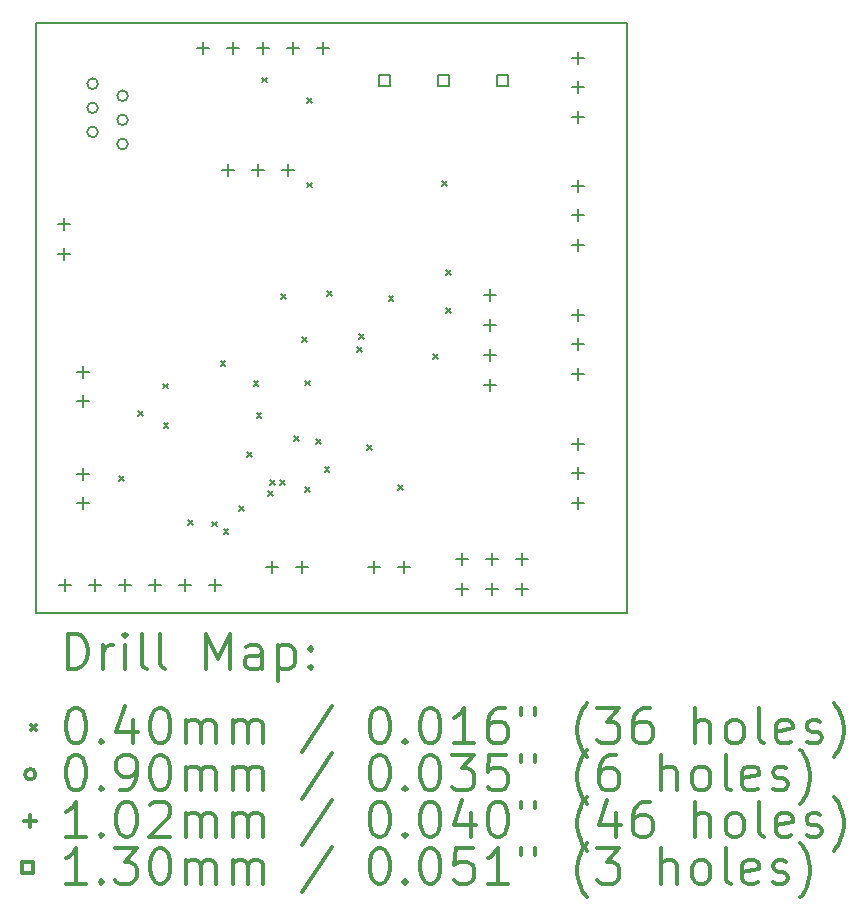
<source format=gbr>
%FSLAX45Y45*%
G04 Gerber Fmt 4.5, Leading zero omitted, Abs format (unit mm)*
G04 Created by KiCad (PCBNEW 4.0.2-stable) date 3/23/2016 2:13:14 PM*
%MOMM*%
G01*
G04 APERTURE LIST*
%ADD10C,0.127000*%
%ADD11C,0.150000*%
%ADD12C,0.200000*%
%ADD13C,0.300000*%
G04 APERTURE END LIST*
D10*
D11*
X14000000Y-7000000D02*
X9000000Y-7000000D01*
X14000000Y-12000000D02*
X14000000Y-7000000D01*
X9000000Y-12000000D02*
X14000000Y-12000000D01*
X9000000Y-7000000D02*
X9000000Y-12000000D01*
D12*
X9702002Y-10838500D02*
X9742002Y-10878500D01*
X9742002Y-10838500D02*
X9702002Y-10878500D01*
X9860600Y-10292400D02*
X9900600Y-10332400D01*
X9900600Y-10292400D02*
X9860600Y-10332400D01*
X10070150Y-10057450D02*
X10110150Y-10097450D01*
X10110150Y-10057450D02*
X10070150Y-10097450D01*
X10076500Y-10394000D02*
X10116500Y-10434000D01*
X10116500Y-10394000D02*
X10076500Y-10434000D01*
X10286050Y-11213150D02*
X10326050Y-11253150D01*
X10326050Y-11213150D02*
X10286050Y-11253150D01*
X10286050Y-11213150D02*
X10326050Y-11253150D01*
X10326050Y-11213150D02*
X10286050Y-11253150D01*
X10489250Y-11224852D02*
X10529250Y-11264852D01*
X10529250Y-11224852D02*
X10489250Y-11264852D01*
X10559100Y-9866950D02*
X10599100Y-9906950D01*
X10599100Y-9866950D02*
X10559100Y-9906950D01*
X10584500Y-11289350D02*
X10624500Y-11329350D01*
X10624500Y-11289350D02*
X10584500Y-11329350D01*
X10717850Y-11092500D02*
X10757850Y-11132500D01*
X10757850Y-11092500D02*
X10717850Y-11132500D01*
X10784534Y-10635300D02*
X10824534Y-10675300D01*
X10824534Y-10635300D02*
X10784534Y-10675300D01*
X10838500Y-10038400D02*
X10878500Y-10078400D01*
X10878500Y-10038400D02*
X10838500Y-10078400D01*
X10863900Y-10305100D02*
X10903900Y-10345100D01*
X10903900Y-10305100D02*
X10863900Y-10345100D01*
X10908350Y-7466650D02*
X10948350Y-7506650D01*
X10948350Y-7466650D02*
X10908350Y-7506650D01*
X10959150Y-10965500D02*
X10999150Y-11005500D01*
X10999150Y-10965500D02*
X10959150Y-11005500D01*
X10980751Y-10875959D02*
X11020751Y-10915959D01*
X11020751Y-10875959D02*
X10980751Y-10915959D01*
X11060750Y-10876600D02*
X11100750Y-10916600D01*
X11100750Y-10876600D02*
X11060750Y-10916600D01*
X11069640Y-9299260D02*
X11109640Y-9339260D01*
X11109640Y-9299260D02*
X11069640Y-9339260D01*
X11181400Y-10501950D02*
X11221400Y-10541950D01*
X11221400Y-10501950D02*
X11181400Y-10541950D01*
X11251250Y-9663750D02*
X11291250Y-9703750D01*
X11291250Y-9663750D02*
X11251250Y-9703750D01*
X11276650Y-10032050D02*
X11316650Y-10072050D01*
X11316650Y-10032050D02*
X11276650Y-10072050D01*
X11276650Y-10933750D02*
X11316650Y-10973750D01*
X11316650Y-10933750D02*
X11276650Y-10973750D01*
X11289350Y-7638100D02*
X11329350Y-7678100D01*
X11329350Y-7638100D02*
X11289350Y-7678100D01*
X11289350Y-8355650D02*
X11329350Y-8395650D01*
X11329350Y-8355650D02*
X11289350Y-8395650D01*
X11365550Y-10527350D02*
X11405550Y-10567350D01*
X11405550Y-10527350D02*
X11365550Y-10567350D01*
X11440262Y-10760812D02*
X11480262Y-10800812D01*
X11480262Y-10760812D02*
X11440262Y-10800812D01*
X11460800Y-9276400D02*
X11500800Y-9316400D01*
X11500800Y-9276400D02*
X11460800Y-9316400D01*
X11714800Y-9746300D02*
X11754800Y-9786300D01*
X11754800Y-9746300D02*
X11714800Y-9786300D01*
X11730040Y-9634540D02*
X11770040Y-9674540D01*
X11770040Y-9634540D02*
X11730040Y-9674540D01*
X11797350Y-10578150D02*
X11837350Y-10618150D01*
X11837350Y-10578150D02*
X11797350Y-10618150D01*
X11981500Y-9314500D02*
X12021500Y-9354500D01*
X12021500Y-9314500D02*
X11981500Y-9354500D01*
X12063866Y-10914884D02*
X12103866Y-10954884D01*
X12103866Y-10914884D02*
X12063866Y-10954884D01*
X12356150Y-9809800D02*
X12396150Y-9849800D01*
X12396150Y-9809800D02*
X12356150Y-9849800D01*
X12432350Y-8342950D02*
X12472350Y-8382950D01*
X12472350Y-8342950D02*
X12432350Y-8382950D01*
X12470450Y-9098600D02*
X12510450Y-9138600D01*
X12510450Y-9098600D02*
X12470450Y-9138600D01*
X12470450Y-9416100D02*
X12510450Y-9456100D01*
X12510450Y-9416100D02*
X12470450Y-9456100D01*
X9520600Y-7517400D02*
G75*
G03X9520600Y-7517400I-45000J0D01*
G01*
X9520600Y-7721400D02*
G75*
G03X9520600Y-7721400I-45000J0D01*
G01*
X9520600Y-7925400D02*
G75*
G03X9520600Y-7925400I-45000J0D01*
G01*
X9774600Y-7619400D02*
G75*
G03X9774600Y-7619400I-45000J0D01*
G01*
X9774600Y-7823400D02*
G75*
G03X9774600Y-7823400I-45000J0D01*
G01*
X9774600Y-8027400D02*
G75*
G03X9774600Y-8027400I-45000J0D01*
G01*
X9232900Y-8655050D02*
X9232900Y-8756650D01*
X9182100Y-8705850D02*
X9283700Y-8705850D01*
X9232900Y-8909050D02*
X9232900Y-9010650D01*
X9182100Y-8959850D02*
X9283700Y-8959850D01*
X9245600Y-11709400D02*
X9245600Y-11811000D01*
X9194800Y-11760200D02*
X9296400Y-11760200D01*
X9398000Y-9906000D02*
X9398000Y-10007600D01*
X9347200Y-9956800D02*
X9448800Y-9956800D01*
X9398000Y-10156000D02*
X9398000Y-10257600D01*
X9347200Y-10206800D02*
X9448800Y-10206800D01*
X9398000Y-10769600D02*
X9398000Y-10871200D01*
X9347200Y-10820400D02*
X9448800Y-10820400D01*
X9398000Y-11019600D02*
X9398000Y-11121200D01*
X9347200Y-11070400D02*
X9448800Y-11070400D01*
X9499600Y-11709400D02*
X9499600Y-11811000D01*
X9448800Y-11760200D02*
X9550400Y-11760200D01*
X9753600Y-11709400D02*
X9753600Y-11811000D01*
X9702800Y-11760200D02*
X9804400Y-11760200D01*
X10007600Y-11709400D02*
X10007600Y-11811000D01*
X9956800Y-11760200D02*
X10058400Y-11760200D01*
X10261600Y-11709400D02*
X10261600Y-11811000D01*
X10210800Y-11760200D02*
X10312400Y-11760200D01*
X10414000Y-7162800D02*
X10414000Y-7264400D01*
X10363200Y-7213600D02*
X10464800Y-7213600D01*
X10515600Y-11709400D02*
X10515600Y-11811000D01*
X10464800Y-11760200D02*
X10566400Y-11760200D01*
X10623550Y-8197850D02*
X10623550Y-8299450D01*
X10572750Y-8248650D02*
X10674350Y-8248650D01*
X10668000Y-7162800D02*
X10668000Y-7264400D01*
X10617200Y-7213600D02*
X10718800Y-7213600D01*
X10877550Y-8197850D02*
X10877550Y-8299450D01*
X10826750Y-8248650D02*
X10928350Y-8248650D01*
X10922000Y-7162800D02*
X10922000Y-7264400D01*
X10871200Y-7213600D02*
X10972800Y-7213600D01*
X10998200Y-11557000D02*
X10998200Y-11658600D01*
X10947400Y-11607800D02*
X11049000Y-11607800D01*
X11131550Y-8197850D02*
X11131550Y-8299450D01*
X11080750Y-8248650D02*
X11182350Y-8248650D01*
X11176000Y-7162800D02*
X11176000Y-7264400D01*
X11125200Y-7213600D02*
X11226800Y-7213600D01*
X11248200Y-11557000D02*
X11248200Y-11658600D01*
X11197400Y-11607800D02*
X11299000Y-11607800D01*
X11430000Y-7162800D02*
X11430000Y-7264400D01*
X11379200Y-7213600D02*
X11480800Y-7213600D01*
X11861800Y-11557000D02*
X11861800Y-11658600D01*
X11811000Y-11607800D02*
X11912600Y-11607800D01*
X12111800Y-11557000D02*
X12111800Y-11658600D01*
X12061000Y-11607800D02*
X12162600Y-11607800D01*
X12604750Y-11493500D02*
X12604750Y-11595100D01*
X12553950Y-11544300D02*
X12655550Y-11544300D01*
X12604750Y-11747500D02*
X12604750Y-11849100D01*
X12553950Y-11798300D02*
X12655550Y-11798300D01*
X12839700Y-9251950D02*
X12839700Y-9353550D01*
X12788900Y-9302750D02*
X12890500Y-9302750D01*
X12839700Y-9505950D02*
X12839700Y-9607550D01*
X12788900Y-9556750D02*
X12890500Y-9556750D01*
X12839700Y-9759950D02*
X12839700Y-9861550D01*
X12788900Y-9810750D02*
X12890500Y-9810750D01*
X12839700Y-10013950D02*
X12839700Y-10115550D01*
X12788900Y-10064750D02*
X12890500Y-10064750D01*
X12858750Y-11493500D02*
X12858750Y-11595100D01*
X12807950Y-11544300D02*
X12909550Y-11544300D01*
X12858750Y-11747500D02*
X12858750Y-11849100D01*
X12807950Y-11798300D02*
X12909550Y-11798300D01*
X13112750Y-11493500D02*
X13112750Y-11595100D01*
X13061950Y-11544300D02*
X13163550Y-11544300D01*
X13112750Y-11747500D02*
X13112750Y-11849100D01*
X13061950Y-11798300D02*
X13163550Y-11798300D01*
X13589000Y-7247000D02*
X13589000Y-7348600D01*
X13538200Y-7297800D02*
X13639800Y-7297800D01*
X13589000Y-7497000D02*
X13589000Y-7598600D01*
X13538200Y-7547800D02*
X13639800Y-7547800D01*
X13589000Y-7747000D02*
X13589000Y-7848600D01*
X13538200Y-7797800D02*
X13639800Y-7797800D01*
X13589000Y-8331200D02*
X13589000Y-8432800D01*
X13538200Y-8382000D02*
X13639800Y-8382000D01*
X13589000Y-8581200D02*
X13589000Y-8682800D01*
X13538200Y-8632000D02*
X13639800Y-8632000D01*
X13589000Y-8831200D02*
X13589000Y-8932800D01*
X13538200Y-8882000D02*
X13639800Y-8882000D01*
X13589000Y-9423400D02*
X13589000Y-9525000D01*
X13538200Y-9474200D02*
X13639800Y-9474200D01*
X13589000Y-9673400D02*
X13589000Y-9775000D01*
X13538200Y-9724200D02*
X13639800Y-9724200D01*
X13589000Y-9923400D02*
X13589000Y-10025000D01*
X13538200Y-9974200D02*
X13639800Y-9974200D01*
X13589000Y-10515600D02*
X13589000Y-10617200D01*
X13538200Y-10566400D02*
X13639800Y-10566400D01*
X13589000Y-10765600D02*
X13589000Y-10867200D01*
X13538200Y-10816400D02*
X13639800Y-10816400D01*
X13589000Y-11015600D02*
X13589000Y-11117200D01*
X13538200Y-11066400D02*
X13639800Y-11066400D01*
X11991962Y-7538962D02*
X11991962Y-7447038D01*
X11900038Y-7447038D01*
X11900038Y-7538962D01*
X11991962Y-7538962D01*
X12491962Y-7538962D02*
X12491962Y-7447038D01*
X12400038Y-7447038D01*
X12400038Y-7538962D01*
X12491962Y-7538962D01*
X12991962Y-7538962D02*
X12991962Y-7447038D01*
X12900038Y-7447038D01*
X12900038Y-7538962D01*
X12991962Y-7538962D01*
D13*
X9263929Y-12473214D02*
X9263929Y-12173214D01*
X9335357Y-12173214D01*
X9378214Y-12187500D01*
X9406786Y-12216071D01*
X9421071Y-12244643D01*
X9435357Y-12301786D01*
X9435357Y-12344643D01*
X9421071Y-12401786D01*
X9406786Y-12430357D01*
X9378214Y-12458929D01*
X9335357Y-12473214D01*
X9263929Y-12473214D01*
X9563929Y-12473214D02*
X9563929Y-12273214D01*
X9563929Y-12330357D02*
X9578214Y-12301786D01*
X9592500Y-12287500D01*
X9621071Y-12273214D01*
X9649643Y-12273214D01*
X9749643Y-12473214D02*
X9749643Y-12273214D01*
X9749643Y-12173214D02*
X9735357Y-12187500D01*
X9749643Y-12201786D01*
X9763929Y-12187500D01*
X9749643Y-12173214D01*
X9749643Y-12201786D01*
X9935357Y-12473214D02*
X9906786Y-12458929D01*
X9892500Y-12430357D01*
X9892500Y-12173214D01*
X10092500Y-12473214D02*
X10063929Y-12458929D01*
X10049643Y-12430357D01*
X10049643Y-12173214D01*
X10435357Y-12473214D02*
X10435357Y-12173214D01*
X10535357Y-12387500D01*
X10635357Y-12173214D01*
X10635357Y-12473214D01*
X10906786Y-12473214D02*
X10906786Y-12316071D01*
X10892500Y-12287500D01*
X10863929Y-12273214D01*
X10806786Y-12273214D01*
X10778214Y-12287500D01*
X10906786Y-12458929D02*
X10878214Y-12473214D01*
X10806786Y-12473214D01*
X10778214Y-12458929D01*
X10763929Y-12430357D01*
X10763929Y-12401786D01*
X10778214Y-12373214D01*
X10806786Y-12358929D01*
X10878214Y-12358929D01*
X10906786Y-12344643D01*
X11049643Y-12273214D02*
X11049643Y-12573214D01*
X11049643Y-12287500D02*
X11078214Y-12273214D01*
X11135357Y-12273214D01*
X11163929Y-12287500D01*
X11178214Y-12301786D01*
X11192500Y-12330357D01*
X11192500Y-12416071D01*
X11178214Y-12444643D01*
X11163929Y-12458929D01*
X11135357Y-12473214D01*
X11078214Y-12473214D01*
X11049643Y-12458929D01*
X11321071Y-12444643D02*
X11335357Y-12458929D01*
X11321071Y-12473214D01*
X11306786Y-12458929D01*
X11321071Y-12444643D01*
X11321071Y-12473214D01*
X11321071Y-12287500D02*
X11335357Y-12301786D01*
X11321071Y-12316071D01*
X11306786Y-12301786D01*
X11321071Y-12287500D01*
X11321071Y-12316071D01*
X8952500Y-12947500D02*
X8992500Y-12987500D01*
X8992500Y-12947500D02*
X8952500Y-12987500D01*
X9321071Y-12803214D02*
X9349643Y-12803214D01*
X9378214Y-12817500D01*
X9392500Y-12831786D01*
X9406786Y-12860357D01*
X9421071Y-12917500D01*
X9421071Y-12988929D01*
X9406786Y-13046071D01*
X9392500Y-13074643D01*
X9378214Y-13088929D01*
X9349643Y-13103214D01*
X9321071Y-13103214D01*
X9292500Y-13088929D01*
X9278214Y-13074643D01*
X9263929Y-13046071D01*
X9249643Y-12988929D01*
X9249643Y-12917500D01*
X9263929Y-12860357D01*
X9278214Y-12831786D01*
X9292500Y-12817500D01*
X9321071Y-12803214D01*
X9549643Y-13074643D02*
X9563929Y-13088929D01*
X9549643Y-13103214D01*
X9535357Y-13088929D01*
X9549643Y-13074643D01*
X9549643Y-13103214D01*
X9821071Y-12903214D02*
X9821071Y-13103214D01*
X9749643Y-12788929D02*
X9678214Y-13003214D01*
X9863928Y-13003214D01*
X10035357Y-12803214D02*
X10063929Y-12803214D01*
X10092500Y-12817500D01*
X10106786Y-12831786D01*
X10121071Y-12860357D01*
X10135357Y-12917500D01*
X10135357Y-12988929D01*
X10121071Y-13046071D01*
X10106786Y-13074643D01*
X10092500Y-13088929D01*
X10063929Y-13103214D01*
X10035357Y-13103214D01*
X10006786Y-13088929D01*
X9992500Y-13074643D01*
X9978214Y-13046071D01*
X9963929Y-12988929D01*
X9963929Y-12917500D01*
X9978214Y-12860357D01*
X9992500Y-12831786D01*
X10006786Y-12817500D01*
X10035357Y-12803214D01*
X10263929Y-13103214D02*
X10263929Y-12903214D01*
X10263929Y-12931786D02*
X10278214Y-12917500D01*
X10306786Y-12903214D01*
X10349643Y-12903214D01*
X10378214Y-12917500D01*
X10392500Y-12946071D01*
X10392500Y-13103214D01*
X10392500Y-12946071D02*
X10406786Y-12917500D01*
X10435357Y-12903214D01*
X10478214Y-12903214D01*
X10506786Y-12917500D01*
X10521071Y-12946071D01*
X10521071Y-13103214D01*
X10663929Y-13103214D02*
X10663929Y-12903214D01*
X10663929Y-12931786D02*
X10678214Y-12917500D01*
X10706786Y-12903214D01*
X10749643Y-12903214D01*
X10778214Y-12917500D01*
X10792500Y-12946071D01*
X10792500Y-13103214D01*
X10792500Y-12946071D02*
X10806786Y-12917500D01*
X10835357Y-12903214D01*
X10878214Y-12903214D01*
X10906786Y-12917500D01*
X10921071Y-12946071D01*
X10921071Y-13103214D01*
X11506786Y-12788929D02*
X11249643Y-13174643D01*
X11892500Y-12803214D02*
X11921071Y-12803214D01*
X11949643Y-12817500D01*
X11963928Y-12831786D01*
X11978214Y-12860357D01*
X11992500Y-12917500D01*
X11992500Y-12988929D01*
X11978214Y-13046071D01*
X11963928Y-13074643D01*
X11949643Y-13088929D01*
X11921071Y-13103214D01*
X11892500Y-13103214D01*
X11863928Y-13088929D01*
X11849643Y-13074643D01*
X11835357Y-13046071D01*
X11821071Y-12988929D01*
X11821071Y-12917500D01*
X11835357Y-12860357D01*
X11849643Y-12831786D01*
X11863928Y-12817500D01*
X11892500Y-12803214D01*
X12121071Y-13074643D02*
X12135357Y-13088929D01*
X12121071Y-13103214D01*
X12106786Y-13088929D01*
X12121071Y-13074643D01*
X12121071Y-13103214D01*
X12321071Y-12803214D02*
X12349643Y-12803214D01*
X12378214Y-12817500D01*
X12392500Y-12831786D01*
X12406785Y-12860357D01*
X12421071Y-12917500D01*
X12421071Y-12988929D01*
X12406785Y-13046071D01*
X12392500Y-13074643D01*
X12378214Y-13088929D01*
X12349643Y-13103214D01*
X12321071Y-13103214D01*
X12292500Y-13088929D01*
X12278214Y-13074643D01*
X12263928Y-13046071D01*
X12249643Y-12988929D01*
X12249643Y-12917500D01*
X12263928Y-12860357D01*
X12278214Y-12831786D01*
X12292500Y-12817500D01*
X12321071Y-12803214D01*
X12706785Y-13103214D02*
X12535357Y-13103214D01*
X12621071Y-13103214D02*
X12621071Y-12803214D01*
X12592500Y-12846071D01*
X12563928Y-12874643D01*
X12535357Y-12888929D01*
X12963928Y-12803214D02*
X12906785Y-12803214D01*
X12878214Y-12817500D01*
X12863928Y-12831786D01*
X12835357Y-12874643D01*
X12821071Y-12931786D01*
X12821071Y-13046071D01*
X12835357Y-13074643D01*
X12849643Y-13088929D01*
X12878214Y-13103214D01*
X12935357Y-13103214D01*
X12963928Y-13088929D01*
X12978214Y-13074643D01*
X12992500Y-13046071D01*
X12992500Y-12974643D01*
X12978214Y-12946071D01*
X12963928Y-12931786D01*
X12935357Y-12917500D01*
X12878214Y-12917500D01*
X12849643Y-12931786D01*
X12835357Y-12946071D01*
X12821071Y-12974643D01*
X13106786Y-12803214D02*
X13106786Y-12860357D01*
X13221071Y-12803214D02*
X13221071Y-12860357D01*
X13663928Y-13217500D02*
X13649643Y-13203214D01*
X13621071Y-13160357D01*
X13606785Y-13131786D01*
X13592500Y-13088929D01*
X13578214Y-13017500D01*
X13578214Y-12960357D01*
X13592500Y-12888929D01*
X13606785Y-12846071D01*
X13621071Y-12817500D01*
X13649643Y-12774643D01*
X13663928Y-12760357D01*
X13749643Y-12803214D02*
X13935357Y-12803214D01*
X13835357Y-12917500D01*
X13878214Y-12917500D01*
X13906785Y-12931786D01*
X13921071Y-12946071D01*
X13935357Y-12974643D01*
X13935357Y-13046071D01*
X13921071Y-13074643D01*
X13906785Y-13088929D01*
X13878214Y-13103214D01*
X13792500Y-13103214D01*
X13763928Y-13088929D01*
X13749643Y-13074643D01*
X14192500Y-12803214D02*
X14135357Y-12803214D01*
X14106785Y-12817500D01*
X14092500Y-12831786D01*
X14063928Y-12874643D01*
X14049643Y-12931786D01*
X14049643Y-13046071D01*
X14063928Y-13074643D01*
X14078214Y-13088929D01*
X14106785Y-13103214D01*
X14163928Y-13103214D01*
X14192500Y-13088929D01*
X14206785Y-13074643D01*
X14221071Y-13046071D01*
X14221071Y-12974643D01*
X14206785Y-12946071D01*
X14192500Y-12931786D01*
X14163928Y-12917500D01*
X14106785Y-12917500D01*
X14078214Y-12931786D01*
X14063928Y-12946071D01*
X14049643Y-12974643D01*
X14578214Y-13103214D02*
X14578214Y-12803214D01*
X14706785Y-13103214D02*
X14706785Y-12946071D01*
X14692500Y-12917500D01*
X14663928Y-12903214D01*
X14621071Y-12903214D01*
X14592500Y-12917500D01*
X14578214Y-12931786D01*
X14892500Y-13103214D02*
X14863928Y-13088929D01*
X14849643Y-13074643D01*
X14835357Y-13046071D01*
X14835357Y-12960357D01*
X14849643Y-12931786D01*
X14863928Y-12917500D01*
X14892500Y-12903214D01*
X14935357Y-12903214D01*
X14963928Y-12917500D01*
X14978214Y-12931786D01*
X14992500Y-12960357D01*
X14992500Y-13046071D01*
X14978214Y-13074643D01*
X14963928Y-13088929D01*
X14935357Y-13103214D01*
X14892500Y-13103214D01*
X15163928Y-13103214D02*
X15135357Y-13088929D01*
X15121071Y-13060357D01*
X15121071Y-12803214D01*
X15392500Y-13088929D02*
X15363928Y-13103214D01*
X15306786Y-13103214D01*
X15278214Y-13088929D01*
X15263928Y-13060357D01*
X15263928Y-12946071D01*
X15278214Y-12917500D01*
X15306786Y-12903214D01*
X15363928Y-12903214D01*
X15392500Y-12917500D01*
X15406786Y-12946071D01*
X15406786Y-12974643D01*
X15263928Y-13003214D01*
X15521071Y-13088929D02*
X15549643Y-13103214D01*
X15606786Y-13103214D01*
X15635357Y-13088929D01*
X15649643Y-13060357D01*
X15649643Y-13046071D01*
X15635357Y-13017500D01*
X15606786Y-13003214D01*
X15563928Y-13003214D01*
X15535357Y-12988929D01*
X15521071Y-12960357D01*
X15521071Y-12946071D01*
X15535357Y-12917500D01*
X15563928Y-12903214D01*
X15606786Y-12903214D01*
X15635357Y-12917500D01*
X15749643Y-13217500D02*
X15763928Y-13203214D01*
X15792500Y-13160357D01*
X15806786Y-13131786D01*
X15821071Y-13088929D01*
X15835357Y-13017500D01*
X15835357Y-12960357D01*
X15821071Y-12888929D01*
X15806786Y-12846071D01*
X15792500Y-12817500D01*
X15763928Y-12774643D01*
X15749643Y-12760357D01*
X8992500Y-13363500D02*
G75*
G03X8992500Y-13363500I-45000J0D01*
G01*
X9321071Y-13199214D02*
X9349643Y-13199214D01*
X9378214Y-13213500D01*
X9392500Y-13227786D01*
X9406786Y-13256357D01*
X9421071Y-13313500D01*
X9421071Y-13384929D01*
X9406786Y-13442071D01*
X9392500Y-13470643D01*
X9378214Y-13484929D01*
X9349643Y-13499214D01*
X9321071Y-13499214D01*
X9292500Y-13484929D01*
X9278214Y-13470643D01*
X9263929Y-13442071D01*
X9249643Y-13384929D01*
X9249643Y-13313500D01*
X9263929Y-13256357D01*
X9278214Y-13227786D01*
X9292500Y-13213500D01*
X9321071Y-13199214D01*
X9549643Y-13470643D02*
X9563929Y-13484929D01*
X9549643Y-13499214D01*
X9535357Y-13484929D01*
X9549643Y-13470643D01*
X9549643Y-13499214D01*
X9706786Y-13499214D02*
X9763928Y-13499214D01*
X9792500Y-13484929D01*
X9806786Y-13470643D01*
X9835357Y-13427786D01*
X9849643Y-13370643D01*
X9849643Y-13256357D01*
X9835357Y-13227786D01*
X9821071Y-13213500D01*
X9792500Y-13199214D01*
X9735357Y-13199214D01*
X9706786Y-13213500D01*
X9692500Y-13227786D01*
X9678214Y-13256357D01*
X9678214Y-13327786D01*
X9692500Y-13356357D01*
X9706786Y-13370643D01*
X9735357Y-13384929D01*
X9792500Y-13384929D01*
X9821071Y-13370643D01*
X9835357Y-13356357D01*
X9849643Y-13327786D01*
X10035357Y-13199214D02*
X10063929Y-13199214D01*
X10092500Y-13213500D01*
X10106786Y-13227786D01*
X10121071Y-13256357D01*
X10135357Y-13313500D01*
X10135357Y-13384929D01*
X10121071Y-13442071D01*
X10106786Y-13470643D01*
X10092500Y-13484929D01*
X10063929Y-13499214D01*
X10035357Y-13499214D01*
X10006786Y-13484929D01*
X9992500Y-13470643D01*
X9978214Y-13442071D01*
X9963929Y-13384929D01*
X9963929Y-13313500D01*
X9978214Y-13256357D01*
X9992500Y-13227786D01*
X10006786Y-13213500D01*
X10035357Y-13199214D01*
X10263929Y-13499214D02*
X10263929Y-13299214D01*
X10263929Y-13327786D02*
X10278214Y-13313500D01*
X10306786Y-13299214D01*
X10349643Y-13299214D01*
X10378214Y-13313500D01*
X10392500Y-13342071D01*
X10392500Y-13499214D01*
X10392500Y-13342071D02*
X10406786Y-13313500D01*
X10435357Y-13299214D01*
X10478214Y-13299214D01*
X10506786Y-13313500D01*
X10521071Y-13342071D01*
X10521071Y-13499214D01*
X10663929Y-13499214D02*
X10663929Y-13299214D01*
X10663929Y-13327786D02*
X10678214Y-13313500D01*
X10706786Y-13299214D01*
X10749643Y-13299214D01*
X10778214Y-13313500D01*
X10792500Y-13342071D01*
X10792500Y-13499214D01*
X10792500Y-13342071D02*
X10806786Y-13313500D01*
X10835357Y-13299214D01*
X10878214Y-13299214D01*
X10906786Y-13313500D01*
X10921071Y-13342071D01*
X10921071Y-13499214D01*
X11506786Y-13184929D02*
X11249643Y-13570643D01*
X11892500Y-13199214D02*
X11921071Y-13199214D01*
X11949643Y-13213500D01*
X11963928Y-13227786D01*
X11978214Y-13256357D01*
X11992500Y-13313500D01*
X11992500Y-13384929D01*
X11978214Y-13442071D01*
X11963928Y-13470643D01*
X11949643Y-13484929D01*
X11921071Y-13499214D01*
X11892500Y-13499214D01*
X11863928Y-13484929D01*
X11849643Y-13470643D01*
X11835357Y-13442071D01*
X11821071Y-13384929D01*
X11821071Y-13313500D01*
X11835357Y-13256357D01*
X11849643Y-13227786D01*
X11863928Y-13213500D01*
X11892500Y-13199214D01*
X12121071Y-13470643D02*
X12135357Y-13484929D01*
X12121071Y-13499214D01*
X12106786Y-13484929D01*
X12121071Y-13470643D01*
X12121071Y-13499214D01*
X12321071Y-13199214D02*
X12349643Y-13199214D01*
X12378214Y-13213500D01*
X12392500Y-13227786D01*
X12406785Y-13256357D01*
X12421071Y-13313500D01*
X12421071Y-13384929D01*
X12406785Y-13442071D01*
X12392500Y-13470643D01*
X12378214Y-13484929D01*
X12349643Y-13499214D01*
X12321071Y-13499214D01*
X12292500Y-13484929D01*
X12278214Y-13470643D01*
X12263928Y-13442071D01*
X12249643Y-13384929D01*
X12249643Y-13313500D01*
X12263928Y-13256357D01*
X12278214Y-13227786D01*
X12292500Y-13213500D01*
X12321071Y-13199214D01*
X12521071Y-13199214D02*
X12706785Y-13199214D01*
X12606785Y-13313500D01*
X12649643Y-13313500D01*
X12678214Y-13327786D01*
X12692500Y-13342071D01*
X12706785Y-13370643D01*
X12706785Y-13442071D01*
X12692500Y-13470643D01*
X12678214Y-13484929D01*
X12649643Y-13499214D01*
X12563928Y-13499214D01*
X12535357Y-13484929D01*
X12521071Y-13470643D01*
X12978214Y-13199214D02*
X12835357Y-13199214D01*
X12821071Y-13342071D01*
X12835357Y-13327786D01*
X12863928Y-13313500D01*
X12935357Y-13313500D01*
X12963928Y-13327786D01*
X12978214Y-13342071D01*
X12992500Y-13370643D01*
X12992500Y-13442071D01*
X12978214Y-13470643D01*
X12963928Y-13484929D01*
X12935357Y-13499214D01*
X12863928Y-13499214D01*
X12835357Y-13484929D01*
X12821071Y-13470643D01*
X13106786Y-13199214D02*
X13106786Y-13256357D01*
X13221071Y-13199214D02*
X13221071Y-13256357D01*
X13663928Y-13613500D02*
X13649643Y-13599214D01*
X13621071Y-13556357D01*
X13606785Y-13527786D01*
X13592500Y-13484929D01*
X13578214Y-13413500D01*
X13578214Y-13356357D01*
X13592500Y-13284929D01*
X13606785Y-13242071D01*
X13621071Y-13213500D01*
X13649643Y-13170643D01*
X13663928Y-13156357D01*
X13906785Y-13199214D02*
X13849643Y-13199214D01*
X13821071Y-13213500D01*
X13806785Y-13227786D01*
X13778214Y-13270643D01*
X13763928Y-13327786D01*
X13763928Y-13442071D01*
X13778214Y-13470643D01*
X13792500Y-13484929D01*
X13821071Y-13499214D01*
X13878214Y-13499214D01*
X13906785Y-13484929D01*
X13921071Y-13470643D01*
X13935357Y-13442071D01*
X13935357Y-13370643D01*
X13921071Y-13342071D01*
X13906785Y-13327786D01*
X13878214Y-13313500D01*
X13821071Y-13313500D01*
X13792500Y-13327786D01*
X13778214Y-13342071D01*
X13763928Y-13370643D01*
X14292500Y-13499214D02*
X14292500Y-13199214D01*
X14421071Y-13499214D02*
X14421071Y-13342071D01*
X14406785Y-13313500D01*
X14378214Y-13299214D01*
X14335357Y-13299214D01*
X14306785Y-13313500D01*
X14292500Y-13327786D01*
X14606785Y-13499214D02*
X14578214Y-13484929D01*
X14563928Y-13470643D01*
X14549643Y-13442071D01*
X14549643Y-13356357D01*
X14563928Y-13327786D01*
X14578214Y-13313500D01*
X14606785Y-13299214D01*
X14649643Y-13299214D01*
X14678214Y-13313500D01*
X14692500Y-13327786D01*
X14706785Y-13356357D01*
X14706785Y-13442071D01*
X14692500Y-13470643D01*
X14678214Y-13484929D01*
X14649643Y-13499214D01*
X14606785Y-13499214D01*
X14878214Y-13499214D02*
X14849643Y-13484929D01*
X14835357Y-13456357D01*
X14835357Y-13199214D01*
X15106786Y-13484929D02*
X15078214Y-13499214D01*
X15021071Y-13499214D01*
X14992500Y-13484929D01*
X14978214Y-13456357D01*
X14978214Y-13342071D01*
X14992500Y-13313500D01*
X15021071Y-13299214D01*
X15078214Y-13299214D01*
X15106786Y-13313500D01*
X15121071Y-13342071D01*
X15121071Y-13370643D01*
X14978214Y-13399214D01*
X15235357Y-13484929D02*
X15263928Y-13499214D01*
X15321071Y-13499214D01*
X15349643Y-13484929D01*
X15363928Y-13456357D01*
X15363928Y-13442071D01*
X15349643Y-13413500D01*
X15321071Y-13399214D01*
X15278214Y-13399214D01*
X15249643Y-13384929D01*
X15235357Y-13356357D01*
X15235357Y-13342071D01*
X15249643Y-13313500D01*
X15278214Y-13299214D01*
X15321071Y-13299214D01*
X15349643Y-13313500D01*
X15463928Y-13613500D02*
X15478214Y-13599214D01*
X15506786Y-13556357D01*
X15521071Y-13527786D01*
X15535357Y-13484929D01*
X15549643Y-13413500D01*
X15549643Y-13356357D01*
X15535357Y-13284929D01*
X15521071Y-13242071D01*
X15506786Y-13213500D01*
X15478214Y-13170643D01*
X15463928Y-13156357D01*
X8941700Y-13708700D02*
X8941700Y-13810300D01*
X8890900Y-13759500D02*
X8992500Y-13759500D01*
X9421071Y-13895214D02*
X9249643Y-13895214D01*
X9335357Y-13895214D02*
X9335357Y-13595214D01*
X9306786Y-13638071D01*
X9278214Y-13666643D01*
X9249643Y-13680929D01*
X9549643Y-13866643D02*
X9563929Y-13880929D01*
X9549643Y-13895214D01*
X9535357Y-13880929D01*
X9549643Y-13866643D01*
X9549643Y-13895214D01*
X9749643Y-13595214D02*
X9778214Y-13595214D01*
X9806786Y-13609500D01*
X9821071Y-13623786D01*
X9835357Y-13652357D01*
X9849643Y-13709500D01*
X9849643Y-13780929D01*
X9835357Y-13838071D01*
X9821071Y-13866643D01*
X9806786Y-13880929D01*
X9778214Y-13895214D01*
X9749643Y-13895214D01*
X9721071Y-13880929D01*
X9706786Y-13866643D01*
X9692500Y-13838071D01*
X9678214Y-13780929D01*
X9678214Y-13709500D01*
X9692500Y-13652357D01*
X9706786Y-13623786D01*
X9721071Y-13609500D01*
X9749643Y-13595214D01*
X9963929Y-13623786D02*
X9978214Y-13609500D01*
X10006786Y-13595214D01*
X10078214Y-13595214D01*
X10106786Y-13609500D01*
X10121071Y-13623786D01*
X10135357Y-13652357D01*
X10135357Y-13680929D01*
X10121071Y-13723786D01*
X9949643Y-13895214D01*
X10135357Y-13895214D01*
X10263929Y-13895214D02*
X10263929Y-13695214D01*
X10263929Y-13723786D02*
X10278214Y-13709500D01*
X10306786Y-13695214D01*
X10349643Y-13695214D01*
X10378214Y-13709500D01*
X10392500Y-13738071D01*
X10392500Y-13895214D01*
X10392500Y-13738071D02*
X10406786Y-13709500D01*
X10435357Y-13695214D01*
X10478214Y-13695214D01*
X10506786Y-13709500D01*
X10521071Y-13738071D01*
X10521071Y-13895214D01*
X10663929Y-13895214D02*
X10663929Y-13695214D01*
X10663929Y-13723786D02*
X10678214Y-13709500D01*
X10706786Y-13695214D01*
X10749643Y-13695214D01*
X10778214Y-13709500D01*
X10792500Y-13738071D01*
X10792500Y-13895214D01*
X10792500Y-13738071D02*
X10806786Y-13709500D01*
X10835357Y-13695214D01*
X10878214Y-13695214D01*
X10906786Y-13709500D01*
X10921071Y-13738071D01*
X10921071Y-13895214D01*
X11506786Y-13580929D02*
X11249643Y-13966643D01*
X11892500Y-13595214D02*
X11921071Y-13595214D01*
X11949643Y-13609500D01*
X11963928Y-13623786D01*
X11978214Y-13652357D01*
X11992500Y-13709500D01*
X11992500Y-13780929D01*
X11978214Y-13838071D01*
X11963928Y-13866643D01*
X11949643Y-13880929D01*
X11921071Y-13895214D01*
X11892500Y-13895214D01*
X11863928Y-13880929D01*
X11849643Y-13866643D01*
X11835357Y-13838071D01*
X11821071Y-13780929D01*
X11821071Y-13709500D01*
X11835357Y-13652357D01*
X11849643Y-13623786D01*
X11863928Y-13609500D01*
X11892500Y-13595214D01*
X12121071Y-13866643D02*
X12135357Y-13880929D01*
X12121071Y-13895214D01*
X12106786Y-13880929D01*
X12121071Y-13866643D01*
X12121071Y-13895214D01*
X12321071Y-13595214D02*
X12349643Y-13595214D01*
X12378214Y-13609500D01*
X12392500Y-13623786D01*
X12406785Y-13652357D01*
X12421071Y-13709500D01*
X12421071Y-13780929D01*
X12406785Y-13838071D01*
X12392500Y-13866643D01*
X12378214Y-13880929D01*
X12349643Y-13895214D01*
X12321071Y-13895214D01*
X12292500Y-13880929D01*
X12278214Y-13866643D01*
X12263928Y-13838071D01*
X12249643Y-13780929D01*
X12249643Y-13709500D01*
X12263928Y-13652357D01*
X12278214Y-13623786D01*
X12292500Y-13609500D01*
X12321071Y-13595214D01*
X12678214Y-13695214D02*
X12678214Y-13895214D01*
X12606785Y-13580929D02*
X12535357Y-13795214D01*
X12721071Y-13795214D01*
X12892500Y-13595214D02*
X12921071Y-13595214D01*
X12949643Y-13609500D01*
X12963928Y-13623786D01*
X12978214Y-13652357D01*
X12992500Y-13709500D01*
X12992500Y-13780929D01*
X12978214Y-13838071D01*
X12963928Y-13866643D01*
X12949643Y-13880929D01*
X12921071Y-13895214D01*
X12892500Y-13895214D01*
X12863928Y-13880929D01*
X12849643Y-13866643D01*
X12835357Y-13838071D01*
X12821071Y-13780929D01*
X12821071Y-13709500D01*
X12835357Y-13652357D01*
X12849643Y-13623786D01*
X12863928Y-13609500D01*
X12892500Y-13595214D01*
X13106786Y-13595214D02*
X13106786Y-13652357D01*
X13221071Y-13595214D02*
X13221071Y-13652357D01*
X13663928Y-14009500D02*
X13649643Y-13995214D01*
X13621071Y-13952357D01*
X13606785Y-13923786D01*
X13592500Y-13880929D01*
X13578214Y-13809500D01*
X13578214Y-13752357D01*
X13592500Y-13680929D01*
X13606785Y-13638071D01*
X13621071Y-13609500D01*
X13649643Y-13566643D01*
X13663928Y-13552357D01*
X13906785Y-13695214D02*
X13906785Y-13895214D01*
X13835357Y-13580929D02*
X13763928Y-13795214D01*
X13949643Y-13795214D01*
X14192500Y-13595214D02*
X14135357Y-13595214D01*
X14106785Y-13609500D01*
X14092500Y-13623786D01*
X14063928Y-13666643D01*
X14049643Y-13723786D01*
X14049643Y-13838071D01*
X14063928Y-13866643D01*
X14078214Y-13880929D01*
X14106785Y-13895214D01*
X14163928Y-13895214D01*
X14192500Y-13880929D01*
X14206785Y-13866643D01*
X14221071Y-13838071D01*
X14221071Y-13766643D01*
X14206785Y-13738071D01*
X14192500Y-13723786D01*
X14163928Y-13709500D01*
X14106785Y-13709500D01*
X14078214Y-13723786D01*
X14063928Y-13738071D01*
X14049643Y-13766643D01*
X14578214Y-13895214D02*
X14578214Y-13595214D01*
X14706785Y-13895214D02*
X14706785Y-13738071D01*
X14692500Y-13709500D01*
X14663928Y-13695214D01*
X14621071Y-13695214D01*
X14592500Y-13709500D01*
X14578214Y-13723786D01*
X14892500Y-13895214D02*
X14863928Y-13880929D01*
X14849643Y-13866643D01*
X14835357Y-13838071D01*
X14835357Y-13752357D01*
X14849643Y-13723786D01*
X14863928Y-13709500D01*
X14892500Y-13695214D01*
X14935357Y-13695214D01*
X14963928Y-13709500D01*
X14978214Y-13723786D01*
X14992500Y-13752357D01*
X14992500Y-13838071D01*
X14978214Y-13866643D01*
X14963928Y-13880929D01*
X14935357Y-13895214D01*
X14892500Y-13895214D01*
X15163928Y-13895214D02*
X15135357Y-13880929D01*
X15121071Y-13852357D01*
X15121071Y-13595214D01*
X15392500Y-13880929D02*
X15363928Y-13895214D01*
X15306786Y-13895214D01*
X15278214Y-13880929D01*
X15263928Y-13852357D01*
X15263928Y-13738071D01*
X15278214Y-13709500D01*
X15306786Y-13695214D01*
X15363928Y-13695214D01*
X15392500Y-13709500D01*
X15406786Y-13738071D01*
X15406786Y-13766643D01*
X15263928Y-13795214D01*
X15521071Y-13880929D02*
X15549643Y-13895214D01*
X15606786Y-13895214D01*
X15635357Y-13880929D01*
X15649643Y-13852357D01*
X15649643Y-13838071D01*
X15635357Y-13809500D01*
X15606786Y-13795214D01*
X15563928Y-13795214D01*
X15535357Y-13780929D01*
X15521071Y-13752357D01*
X15521071Y-13738071D01*
X15535357Y-13709500D01*
X15563928Y-13695214D01*
X15606786Y-13695214D01*
X15635357Y-13709500D01*
X15749643Y-14009500D02*
X15763928Y-13995214D01*
X15792500Y-13952357D01*
X15806786Y-13923786D01*
X15821071Y-13880929D01*
X15835357Y-13809500D01*
X15835357Y-13752357D01*
X15821071Y-13680929D01*
X15806786Y-13638071D01*
X15792500Y-13609500D01*
X15763928Y-13566643D01*
X15749643Y-13552357D01*
X8973462Y-14201462D02*
X8973462Y-14109538D01*
X8881538Y-14109538D01*
X8881538Y-14201462D01*
X8973462Y-14201462D01*
X9421071Y-14291214D02*
X9249643Y-14291214D01*
X9335357Y-14291214D02*
X9335357Y-13991214D01*
X9306786Y-14034071D01*
X9278214Y-14062643D01*
X9249643Y-14076929D01*
X9549643Y-14262643D02*
X9563929Y-14276929D01*
X9549643Y-14291214D01*
X9535357Y-14276929D01*
X9549643Y-14262643D01*
X9549643Y-14291214D01*
X9663928Y-13991214D02*
X9849643Y-13991214D01*
X9749643Y-14105500D01*
X9792500Y-14105500D01*
X9821071Y-14119786D01*
X9835357Y-14134071D01*
X9849643Y-14162643D01*
X9849643Y-14234071D01*
X9835357Y-14262643D01*
X9821071Y-14276929D01*
X9792500Y-14291214D01*
X9706786Y-14291214D01*
X9678214Y-14276929D01*
X9663928Y-14262643D01*
X10035357Y-13991214D02*
X10063929Y-13991214D01*
X10092500Y-14005500D01*
X10106786Y-14019786D01*
X10121071Y-14048357D01*
X10135357Y-14105500D01*
X10135357Y-14176929D01*
X10121071Y-14234071D01*
X10106786Y-14262643D01*
X10092500Y-14276929D01*
X10063929Y-14291214D01*
X10035357Y-14291214D01*
X10006786Y-14276929D01*
X9992500Y-14262643D01*
X9978214Y-14234071D01*
X9963929Y-14176929D01*
X9963929Y-14105500D01*
X9978214Y-14048357D01*
X9992500Y-14019786D01*
X10006786Y-14005500D01*
X10035357Y-13991214D01*
X10263929Y-14291214D02*
X10263929Y-14091214D01*
X10263929Y-14119786D02*
X10278214Y-14105500D01*
X10306786Y-14091214D01*
X10349643Y-14091214D01*
X10378214Y-14105500D01*
X10392500Y-14134071D01*
X10392500Y-14291214D01*
X10392500Y-14134071D02*
X10406786Y-14105500D01*
X10435357Y-14091214D01*
X10478214Y-14091214D01*
X10506786Y-14105500D01*
X10521071Y-14134071D01*
X10521071Y-14291214D01*
X10663929Y-14291214D02*
X10663929Y-14091214D01*
X10663929Y-14119786D02*
X10678214Y-14105500D01*
X10706786Y-14091214D01*
X10749643Y-14091214D01*
X10778214Y-14105500D01*
X10792500Y-14134071D01*
X10792500Y-14291214D01*
X10792500Y-14134071D02*
X10806786Y-14105500D01*
X10835357Y-14091214D01*
X10878214Y-14091214D01*
X10906786Y-14105500D01*
X10921071Y-14134071D01*
X10921071Y-14291214D01*
X11506786Y-13976929D02*
X11249643Y-14362643D01*
X11892500Y-13991214D02*
X11921071Y-13991214D01*
X11949643Y-14005500D01*
X11963928Y-14019786D01*
X11978214Y-14048357D01*
X11992500Y-14105500D01*
X11992500Y-14176929D01*
X11978214Y-14234071D01*
X11963928Y-14262643D01*
X11949643Y-14276929D01*
X11921071Y-14291214D01*
X11892500Y-14291214D01*
X11863928Y-14276929D01*
X11849643Y-14262643D01*
X11835357Y-14234071D01*
X11821071Y-14176929D01*
X11821071Y-14105500D01*
X11835357Y-14048357D01*
X11849643Y-14019786D01*
X11863928Y-14005500D01*
X11892500Y-13991214D01*
X12121071Y-14262643D02*
X12135357Y-14276929D01*
X12121071Y-14291214D01*
X12106786Y-14276929D01*
X12121071Y-14262643D01*
X12121071Y-14291214D01*
X12321071Y-13991214D02*
X12349643Y-13991214D01*
X12378214Y-14005500D01*
X12392500Y-14019786D01*
X12406785Y-14048357D01*
X12421071Y-14105500D01*
X12421071Y-14176929D01*
X12406785Y-14234071D01*
X12392500Y-14262643D01*
X12378214Y-14276929D01*
X12349643Y-14291214D01*
X12321071Y-14291214D01*
X12292500Y-14276929D01*
X12278214Y-14262643D01*
X12263928Y-14234071D01*
X12249643Y-14176929D01*
X12249643Y-14105500D01*
X12263928Y-14048357D01*
X12278214Y-14019786D01*
X12292500Y-14005500D01*
X12321071Y-13991214D01*
X12692500Y-13991214D02*
X12549643Y-13991214D01*
X12535357Y-14134071D01*
X12549643Y-14119786D01*
X12578214Y-14105500D01*
X12649643Y-14105500D01*
X12678214Y-14119786D01*
X12692500Y-14134071D01*
X12706785Y-14162643D01*
X12706785Y-14234071D01*
X12692500Y-14262643D01*
X12678214Y-14276929D01*
X12649643Y-14291214D01*
X12578214Y-14291214D01*
X12549643Y-14276929D01*
X12535357Y-14262643D01*
X12992500Y-14291214D02*
X12821071Y-14291214D01*
X12906785Y-14291214D02*
X12906785Y-13991214D01*
X12878214Y-14034071D01*
X12849643Y-14062643D01*
X12821071Y-14076929D01*
X13106786Y-13991214D02*
X13106786Y-14048357D01*
X13221071Y-13991214D02*
X13221071Y-14048357D01*
X13663928Y-14405500D02*
X13649643Y-14391214D01*
X13621071Y-14348357D01*
X13606785Y-14319786D01*
X13592500Y-14276929D01*
X13578214Y-14205500D01*
X13578214Y-14148357D01*
X13592500Y-14076929D01*
X13606785Y-14034071D01*
X13621071Y-14005500D01*
X13649643Y-13962643D01*
X13663928Y-13948357D01*
X13749643Y-13991214D02*
X13935357Y-13991214D01*
X13835357Y-14105500D01*
X13878214Y-14105500D01*
X13906785Y-14119786D01*
X13921071Y-14134071D01*
X13935357Y-14162643D01*
X13935357Y-14234071D01*
X13921071Y-14262643D01*
X13906785Y-14276929D01*
X13878214Y-14291214D01*
X13792500Y-14291214D01*
X13763928Y-14276929D01*
X13749643Y-14262643D01*
X14292500Y-14291214D02*
X14292500Y-13991214D01*
X14421071Y-14291214D02*
X14421071Y-14134071D01*
X14406785Y-14105500D01*
X14378214Y-14091214D01*
X14335357Y-14091214D01*
X14306785Y-14105500D01*
X14292500Y-14119786D01*
X14606785Y-14291214D02*
X14578214Y-14276929D01*
X14563928Y-14262643D01*
X14549643Y-14234071D01*
X14549643Y-14148357D01*
X14563928Y-14119786D01*
X14578214Y-14105500D01*
X14606785Y-14091214D01*
X14649643Y-14091214D01*
X14678214Y-14105500D01*
X14692500Y-14119786D01*
X14706785Y-14148357D01*
X14706785Y-14234071D01*
X14692500Y-14262643D01*
X14678214Y-14276929D01*
X14649643Y-14291214D01*
X14606785Y-14291214D01*
X14878214Y-14291214D02*
X14849643Y-14276929D01*
X14835357Y-14248357D01*
X14835357Y-13991214D01*
X15106786Y-14276929D02*
X15078214Y-14291214D01*
X15021071Y-14291214D01*
X14992500Y-14276929D01*
X14978214Y-14248357D01*
X14978214Y-14134071D01*
X14992500Y-14105500D01*
X15021071Y-14091214D01*
X15078214Y-14091214D01*
X15106786Y-14105500D01*
X15121071Y-14134071D01*
X15121071Y-14162643D01*
X14978214Y-14191214D01*
X15235357Y-14276929D02*
X15263928Y-14291214D01*
X15321071Y-14291214D01*
X15349643Y-14276929D01*
X15363928Y-14248357D01*
X15363928Y-14234071D01*
X15349643Y-14205500D01*
X15321071Y-14191214D01*
X15278214Y-14191214D01*
X15249643Y-14176929D01*
X15235357Y-14148357D01*
X15235357Y-14134071D01*
X15249643Y-14105500D01*
X15278214Y-14091214D01*
X15321071Y-14091214D01*
X15349643Y-14105500D01*
X15463928Y-14405500D02*
X15478214Y-14391214D01*
X15506786Y-14348357D01*
X15521071Y-14319786D01*
X15535357Y-14276929D01*
X15549643Y-14205500D01*
X15549643Y-14148357D01*
X15535357Y-14076929D01*
X15521071Y-14034071D01*
X15506786Y-14005500D01*
X15478214Y-13962643D01*
X15463928Y-13948357D01*
M02*

</source>
